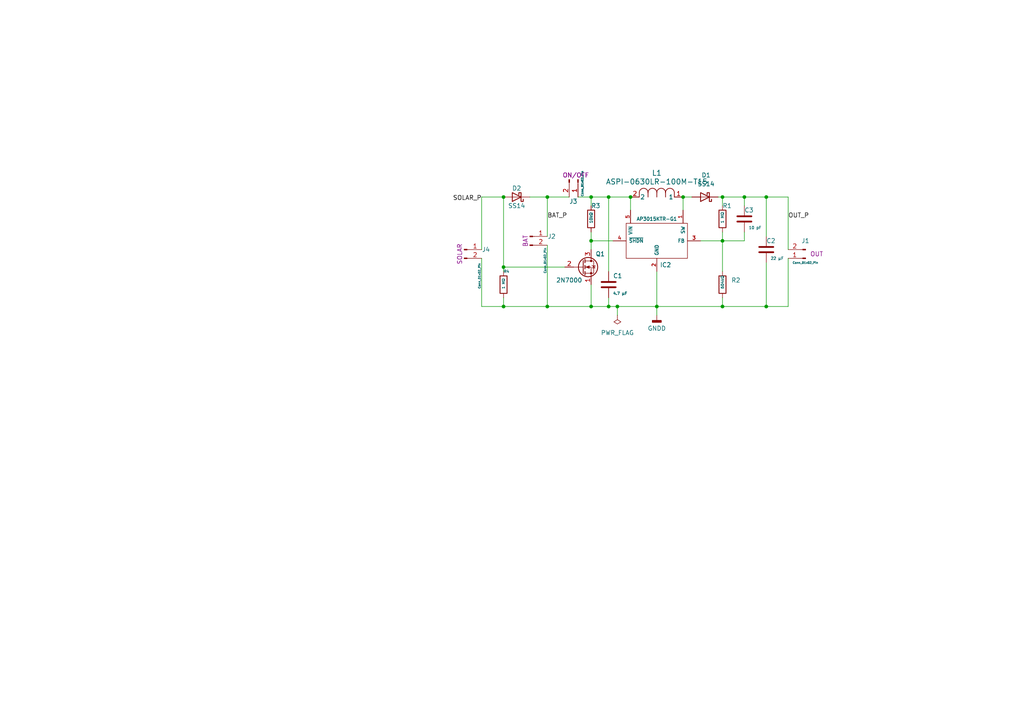
<source format=kicad_sch>
(kicad_sch (version 20250114) (generator "eeschema") (generator_version "9.0")
  (paper "A4")
  (lib_symbols
    (symbol "AP3015KTR-G1_1" (pin_names (offset 0.762))
      (property "Reference" "IC" (at 24.13 7.62 0))
      (property "Value" "AP3015KTR-G1" (at 24.13 5.08 0))
      (symbol "AP3015KTR-G1_1_0_1"
        (polyline (pts (xy 5.08 2.54) (xy 22.86 2.54) (xy 22.86 -7.62) (xy 5.08 -7.62) (xy 5.08 2.54)) (stroke (width 0.1524)))
      )
      (symbol "AP3015KTR-G1_1_1_0"
        (pin passive line (at 1.27 -2.54 0) (length 3.81) (name "~{SHDN}") (number "4"))
        (pin passive line (at 6.35 6.35 270) (length 3.81) (name "VIN") (number "5"))
        (pin passive line (at 13.97 -11.43 90) (length 3.81) (name "GND") (number "2"))
        (pin passive line (at 21.59 6.35 270) (length 3.81) (name "SW") (number "1"))
        (pin passive line (at 26.67 -2.54 180) (length 3.81) (name "FB") (number "3"))
      )
    )
    (symbol "ASPI-0630LR-100M-T15_1" (pin_names (offset 0.254))
      (property "Reference" "L" (at 6.985 5.08 0))
      (property "Value" "ASPI-0630LR-100M-T15" (at 6.985 -2.54 0))
      (symbol "ASPI-0630LR-100M-T15_1_1_1"
        (polyline (pts (xy 2.54 0) (xy 2.54 1.27)) (stroke (width 0.2032)))
        (arc (start 2.54 1.27) (mid 3.81 2.5344) (end 5.08 1.27) (stroke (width 0.2032)))
        (polyline (pts (xy 5.08 0) (xy 5.08 1.27)) (stroke (width 0.2032)))
        (arc (start 5.08 1.27) (mid 6.35 2.5344) (end 7.62 1.27) (stroke (width 0.2032)))
        (polyline (pts (xy 7.62 0) (xy 7.62 1.27)) (stroke (width 0.2032)))
        (arc (start 7.62 1.27) (mid 8.89 2.5344) (end 10.16 1.27) (stroke (width 0.2032)))
        (polyline (pts (xy 10.16 0) (xy 10.16 1.27)) (stroke (width 0.2032)))
        (arc (start 10.16 1.27) (mid 11.43 2.5344) (end 12.7 1.27) (stroke (width 0.2032)))
        (polyline (pts (xy 12.7 0) (xy 12.7 1.27)) (stroke (width 0.2032)))
        (pin passive line (at 0 0 0) (length 2.54) (name "2") (number "2"))
        (pin passive line (at 15.24 0 180) (length 2.54) (name "1") (number "1"))
      )
      (symbol "ASPI-0630LR-100M-T15_1_1_2"
        (arc (start -1.27 10.16) (mid -2.5344 11.43) (end -1.27 12.7) (stroke (width 0.2032)))
        (arc (start -1.27 7.62) (mid -2.5344 8.89) (end -1.27 10.16) (stroke (width 0.2032)))
        (arc (start -1.27 5.08) (mid -2.5344 6.35) (end -1.27 7.62) (stroke (width 0.2032)))
        (arc (start -1.27 2.54) (mid -2.5344 3.81) (end -1.27 5.08) (stroke (width 0.2032)))
        (polyline (pts (xy 0 12.7) (xy -1.27 12.7)) (stroke (width 0.2032)))
        (polyline (pts (xy 0 10.16) (xy -1.27 10.16)) (stroke (width 0.2032)))
        (polyline (pts (xy 0 7.62) (xy -1.27 7.62)) (stroke (width 0.2032)))
        (polyline (pts (xy 0 5.08) (xy -1.27 5.08)) (stroke (width 0.2032)))
        (polyline (pts (xy 0 2.54) (xy -1.27 2.54)) (stroke (width 0.2032)))
        (pin unspecified line (at 0 15.24 270) (length 2.54) (name "1") (number "1"))
        (pin unspecified line (at 0 0 90) (length 2.54) (name "2") (number "2"))
      )
    )
    (symbol "Connector:Conn_01x02_Pin" (pin_names (offset 1.016) (hide yes))
      (property "Reference" "J" (at 0 2.54 0))
      (property "Value" "Conn_01x02_Pin" (at 0 -5.08 0))
      (symbol "Conn_01x02_Pin_1_1"
        (rectangle (start 0.8636 0.127) (end 0 -0.127) (stroke (width 0.1524)) (fill (type outline)))
        (rectangle (start 0.8636 -2.413) (end 0 -2.667) (stroke (width 0.1524)) (fill (type outline)))
        (polyline (pts (xy 1.27 0) (xy 0.8636 0)) (stroke (width 0.1524)))
        (polyline (pts (xy 1.27 -2.54) (xy 0.8636 -2.54)) (stroke (width 0.1524)))
        (pin passive line (at 5.08 0 180) (length 3.81) (name "Pin_1") (number "1"))
        (pin passive line (at 5.08 -2.54 180) (length 3.81) (name "Pin_2") (number "2"))
      )
    )
    (symbol "Device:C" (pin_numbers (hide yes)) (pin_names (offset 0.254))
      (property "Reference" "C" (at 0.635 2.54 0))
      (property "Value" "C" (at 0.635 -2.54 0))
      (symbol "C_0_1"
        (polyline (pts (xy -2.032 0.762) (xy 2.032 0.762)) (stroke (width 0.508)))
        (polyline (pts (xy -2.032 -0.762) (xy 2.032 -0.762)) (stroke (width 0.508)))
      )
      (symbol "C_1_1"
        (pin passive line (at 0 3.81 270) (length 2.794) (name "~") (number "1"))
        (pin passive line (at 0 -3.81 90) (length 2.794) (name "~") (number "2"))
      )
    )
    (symbol "Device:R" (pin_numbers (hide yes)) (pin_names (offset 0))
      (property "Reference" "R" (at 2.032 0 90))
      (property "Value" "R" (at 0 0 90))
      (symbol "R_0_1"
        (rectangle (start -1.016 -2.54) (end 1.016 2.54) (stroke (width 0.254)))
      )
      (symbol "R_1_1"
        (pin passive line (at 0 3.81 270) (length 1.27) (name "~") (number "1"))
        (pin passive line (at 0 -3.81 90) (length 1.27) (name "~") (number "2"))
      )
    )
    (symbol "Diode:SS14" (pin_numbers (hide yes)) (pin_names (offset 1.016) (hide yes))
      (property "Reference" "D" (at 0 2.54 0))
      (property "Value" "SS14" (at 0 -2.54 0))
      (symbol "SS14_0_1"
        (polyline (pts (xy -1.905 0.635) (xy -1.905 1.27) (xy -1.27 1.27) (xy -1.27 -1.27) (xy -0.635 -1.27) (xy -0.635 -0.635)) (stroke (width 0.254)))
        (polyline (pts (xy 1.27 1.27) (xy 1.27 -1.27) (xy -1.27 0) (xy 1.27 1.27)) (stroke (width 0.254)))
        (polyline (pts (xy 1.27 0) (xy -1.27 0)))
      )
      (symbol "SS14_1_1"
        (pin passive line (at -3.81 0 0) (length 2.54) (name "K") (number "1"))
        (pin passive line (at 3.81 0 180) (length 2.54) (name "A") (number "2"))
      )
    )
    (symbol "Transistor_FET:2N7000" (pin_names (hide yes))
      (property "Reference" "Q" (at 5.08 1.905 0))
      (property "Value" "2N7000" (at 5.08 0 0))
      (symbol "2N7000_0_1"
        (polyline (pts (xy 0.254 1.905) (xy 0.254 -1.905)) (stroke (width 0.254)))
        (polyline (pts (xy 0.254 0) (xy -2.54 0)))
        (polyline (pts (xy 0.762 2.286) (xy 0.762 1.27)) (stroke (width 0.254)))
        (polyline (pts (xy 0.762 0.508) (xy 0.762 -0.508)) (stroke (width 0.254)))
        (polyline (pts (xy 0.762 -1.27) (xy 0.762 -2.286)) (stroke (width 0.254)))
        (polyline (pts (xy 0.762 -1.778) (xy 3.302 -1.778) (xy 3.302 1.778) (xy 0.762 1.778)))
        (polyline (pts (xy 1.016 0) (xy 2.032 0.381) (xy 2.032 -0.381) (xy 1.016 0)) (fill (type outline)))
        (circle (center 1.651 0) (radius 2.794) (stroke (width 0.254)))
        (polyline (pts (xy 2.54 2.54) (xy 2.54 1.778)))
        (circle (center 2.54 1.778) (radius 0.254) (fill (type outline)))
        (circle (center 2.54 -1.778) (radius 0.254) (fill (type outline)))
        (polyline (pts (xy 2.54 -2.54) (xy 2.54 0) (xy 0.762 0)))
        (polyline (pts (xy 2.794 0.508) (xy 2.921 0.381) (xy 3.683 0.381) (xy 3.81 0.254)))
        (polyline (pts (xy 3.302 0.381) (xy 2.921 -0.254) (xy 3.683 -0.254) (xy 3.302 0.381)))
      )
      (symbol "2N7000_1_1"
        (pin input line (at -5.08 0 0) (length 2.54) (name "G") (number "2"))
        (pin passive line (at 2.54 5.08 270) (length 2.54) (name "D") (number "3"))
        (pin passive line (at 2.54 -5.08 90) (length 2.54) (name "S") (number "1"))
      )
    )
    (symbol "power:GNDD" (power) (pin_numbers (hide yes)) (pin_names (offset 0) (hide yes))
      (property "Value" "GNDD" (at 0 -3.175 0))
      (symbol "GNDD_0_1"
        (rectangle (start -1.27 -1.524) (end 1.27 -2.032) (stroke (width 0.254)) (fill (type outline)))
        (polyline (pts (xy 0 0) (xy 0 -1.524)))
      )
      (symbol "GNDD_1_1"
        (pin power_in line (at 0 0 270) (length 0) (name "~") (number "1"))
      )
    )
    (symbol "power:PWR_FLAG" (power) (pin_numbers (hide yes)) (pin_names (offset 0) (hide yes))
      (property "Value" "PWR_FLAG" (at 0 3.81 0))
      (symbol "PWR_FLAG_0_0"
        (pin power_out line (at 0 0 90) (length 0) (name "~") (number "1"))
      )
      (symbol "PWR_FLAG_0_1"
        (polyline (pts (xy 0 0) (xy 0 1.27) (xy -1.016 1.905) (xy 0 2.54) (xy 1.016 1.905) (xy 0 1.27)))
      )
    )
  )
  (junction (at 222.25 57.15))
  (junction (at 158.75 57.15))
  (junction (at 209.55 88.9))
  (junction (at 146.05 57.15))
  (junction (at 176.53 57.15))
  (junction (at 209.55 69.85))
  (junction (at 215.9 57.15))
  (junction (at 209.55 57.15))
  (junction (at 171.45 57.15))
  (junction (at 171.45 69.85))
  (junction (at 146.05 77.47))
  (junction (at 176.53 88.9))
  (junction (at 222.25 88.9))
  (junction (at 171.45 88.9))
  (junction (at 158.75 88.9))
  (junction (at 198.12 57.15))
  (junction (at 146.05 88.9))
  (junction (at 182.88 57.15))
  (junction (at 190.5 88.9))
  (junction (at 179.07 88.9))
  (wire (pts (xy 203.2 69.85) (xy 209.55 69.85)))
  (wire (pts (xy 171.45 69.85) (xy 177.8 69.85)))
  (wire (pts (xy 171.45 69.85) (xy 171.45 72.39)))
  (wire (pts (xy 171.45 57.15) (xy 171.45 59.69)))
  (wire (pts (xy 179.07 91.44) (xy 179.07 88.9)))
  (wire (pts (xy 158.75 57.15) (xy 158.75 68.58)))
  (wire (pts (xy 179.07 88.9) (xy 190.5 88.9)))
  (wire (pts (xy 222.25 76.2) (xy 222.25 88.9)))
  (wire (pts (xy 146.05 77.47) (xy 163.83 77.47)))
  (wire (pts (xy 222.25 57.15) (xy 222.25 68.58)))
  (wire (pts (xy 171.45 88.9) (xy 176.53 88.9)))
  (wire (pts (xy 146.05 57.15) (xy 146.05 77.47)))
  (wire (pts (xy 146.05 77.47) (xy 146.05 78.74)))
  (wire (pts (xy 158.75 71.12) (xy 158.75 88.9)))
  (wire (pts (xy 158.75 57.15) (xy 165.1 57.15)))
  (wire (pts (xy 146.05 88.9) (xy 158.75 88.9)))
  (wire (pts (xy 215.9 59.69) (xy 215.9 57.15)))
  (wire (pts (xy 215.9 69.85) (xy 209.55 69.85)))
  (wire (pts (xy 171.45 57.15) (xy 176.53 57.15)))
  (wire (pts (xy 171.45 67.31) (xy 171.45 69.85)))
  (wire (pts (xy 228.6 74.93) (xy 228.6 88.9)))
  (wire (pts (xy 139.7 74.93) (xy 139.7 88.9)))
  (wire (pts (xy 215.9 57.15) (xy 209.55 57.15)))
  (wire (pts (xy 190.5 88.9) (xy 209.55 88.9)))
  (wire (pts (xy 176.53 88.9) (xy 179.07 88.9)))
  (wire (pts (xy 158.75 88.9) (xy 171.45 88.9)))
  (wire (pts (xy 222.25 88.9) (xy 228.6 88.9)))
  (wire (pts (xy 176.53 86.36) (xy 176.53 88.9)))
  (wire (pts (xy 190.5 88.9) (xy 190.5 91.44)))
  (wire (pts (xy 215.9 67.31) (xy 215.9 69.85)))
  (wire (pts (xy 209.55 88.9) (xy 222.25 88.9)))
  (wire (pts (xy 146.05 57.15) (xy 139.7 57.15)))
  (wire (pts (xy 158.75 57.15) (xy 153.67 57.15)))
  (wire (pts (xy 209.55 57.15) (xy 209.55 59.69)))
  (wire (pts (xy 208.28 57.15) (xy 209.55 57.15)))
  (wire (pts (xy 228.6 57.15) (xy 222.25 57.15)))
  (wire (pts (xy 176.53 57.15) (xy 176.53 78.74)))
  (wire (pts (xy 167.64 57.15) (xy 171.45 57.15)))
  (wire (pts (xy 209.55 78.74) (xy 209.55 69.85)))
  (wire (pts (xy 228.6 57.15) (xy 228.6 72.39)))
  (wire (pts (xy 198.12 57.15) (xy 200.66 57.15)))
  (wire (pts (xy 222.25 57.15) (xy 215.9 57.15)))
  (wire (pts (xy 209.55 86.36) (xy 209.55 88.9)))
  (wire (pts (xy 198.12 57.15) (xy 198.12 60.96)))
  (wire (pts (xy 190.5 78.74) (xy 190.5 88.9)))
  (wire (pts (xy 171.45 82.55) (xy 171.45 88.9)))
  (wire (pts (xy 146.05 86.36) (xy 146.05 88.9)))
  (wire (pts (xy 139.7 88.9) (xy 146.05 88.9)))
  (wire (pts (xy 209.55 69.85) (xy 209.55 67.31)))
  (wire (pts (xy 139.7 57.15) (xy 139.7 72.39)))
  (wire (pts (xy 182.88 57.15) (xy 182.88 60.96)))
  (wire (pts (xy 176.53 57.15) (xy 182.88 57.15)))
  (label "SOLAR_P" (at 139.7 58.42 180))
  (label "BAT_P" (at 158.75 63.5 0))
  (label "OUT_P" (at 228.6 63.5 0))
  (symbol (lib_id "Device:R") (at 209.55 63.5 0) (unit 1)
    (property "Reference" "R1" (at 209.55 59.69 0) (effects (justify left)))
    (property "Value" "1 MΩ" (at 209.55 64.77 90) (effects (font (size 0.8 0.8)) (justify left)))
    (property "Footprint" "Resistor_SMD:R_0805_2012Metric" (effects (hide yes)))
    (property "Description" "Resistor" (effects (hide yes)))
  )
  (symbol (lib_id "Device:R") (at 171.45 63.5 0) (unit 1)
    (property "Reference" "R3" (at 171.45 59.69 0) (effects (justify left)))
    (property "Value" "10kΩ" (at 171.45 64.77 90) (effects (font (size 0.8 0.8)) (justify left)))
    (property "Footprint" "Resistor_SMD:R_0805_2012Metric" (effects (hide yes)))
    (property "Description" "Resistor" (effects (hide yes)))
  )
  (symbol (lib_id "Diode:SS14") (at 149.86 57.15 180) (unit 1)
    (property "Reference" "D2" (at 149.86 54.61 0))
    (property "Value" "SS14" (at 149.86 59.69 0))
    (property "Footprint" "Diode_SMD:D_SMA" (effects (hide yes)))
    (property "Datasheet" "https://www.vishay.com/docs/88746/ss12.pdf" (effects (hide yes)))
    (property "Description" "40V 1A Schottky Diode, SMA" (effects (hide yes)))
  )
  (symbol (lib_id "Device:C") (at 176.53 82.55 0) (unit 1)
    (property "Reference" "C1" (at 177.8 80.01 0) (effects (justify left)))
    (property "Value" "4.7 μF" (at 177.8 85.09 0) (effects (font (size 0.8 0.8)) (justify left)))
    (property "Footprint" "Capacitor_SMD:C_0805_2012Metric" (effects (hide yes)))
    (property "Description" "Unpolarized capacitor" (effects (hide yes)))
  )
  (symbol (lib_id "Device:R") (at 209.55 82.55 0) (unit 1)
    (property "Reference" "R2" (at 212.09 81.2799 0) (effects (justify left)))
    (property "Value" "604kΩ" (at 209.55 83.82 90) (effects (font (size 0.8 0.8)) (justify left)))
    (property "Footprint" "Resistor_SMD:R_0805_2012Metric" (effects (hide yes)))
    (property "Description" "Resistor" (effects (hide yes)))
  )
  (symbol (lib_id "Transistor_FET:2N7000") (at 168.91 77.47 0) (unit 1)
    (property "Reference" "Q1" (at 172.72 73.66 0) (effects (justify left)))
    (property "Value" "2N7000" (at 161.29 81.28 0) (effects (justify left)))
    (property "Footprint" "Package_TO_SOT_THT:TO-92_Inline" (effects (hide yes)))
    (property "Datasheet" "https://www.vishay.com/docs/70226/70226.pdf" (effects (hide yes)))
    (property "Description" "0.2A Id, 200V Vds, N-Channel MOSFET, 2.6V Logic Level, TO-92" (effects (hide yes)))
  )
  (symbol (lib_name "AP3015KTR-G1_1") (lib_id "AP3015KTR-G1:AP3015KTR-G1") (at 176.53 67.31 0) (unit 1)
    (property "Reference" "IC2" (at 193.04 76.835 0))
    (property "Value" "AP3015KTR-G1" (at 190.5 63.5 0) (effects (font (size 1 1))))
    (property "Footprint" "3015:SOT95P280X145-5N" (effects (hide yes)))
    (property "Datasheet" "https://www.diodes.com//assets/Datasheets/AP3015_A.pdf" (effects (hide yes)))
    (property "Description" "Switching Voltage Regulators 350mA DC/DC Boost 200mV 1.2V to 12V" (effects (hide yes)))
    (property "Description_1" "Switching Voltage Regulators 350mA DC/DC Boost 200mV 1.2V to 12V" (effects (hide yes)))
    (property "Height" "1.45" (effects (hide yes)))
    (property "Mouser Part Number" "621-AP3015KTR-G1" (effects (hide yes)))
    (property "Mouser Price/Stock" "https://www.mouser.co.uk/ProductDetail/Diodes-Incorporated/AP3015KTR-G1?qs=x6A8l6qLYDA4iJB0MQAzeA%3D%3D" (effects (hide yes)))
    (property "Manufacturer_Name" "Diodes Incorporated" (effects (hide yes)))
    (property "Manufacturer_Part_Number" "AP3015KTR-G1" (effects (hide yes)))
  )
  (symbol (lib_id "power:PWR_FLAG") (at 179.07 91.44 180) (unit 1)
    (property "Reference" "#FLG01" (effects (hide yes)))
    (property "Value" "PWR_FLAG" (at 179.07 96.52 0))
    (property "Description" "Special symbol for telling ERC where power comes from" (effects (hide yes)))
  )
  (symbol (lib_id "Device:C") (at 222.25 72.39 0) (unit 1)
    (property "Reference" "C2" (at 222.25 69.85 0) (effects (justify left)))
    (property "Value" "22 μF" (at 223.52 74.93 0) (effects (font (size 0.8 0.8)) (justify left)))
    (property "Footprint" "Capacitor_SMD:C_1206_3216Metric" (effects (hide yes)))
    (property "Description" "Unpolarized capacitor" (effects (hide yes)))
  )
  (symbol (lib_id "Device:C") (at 215.9 63.5 0) (unit 1)
    (property "Reference" "C3" (at 215.9 60.96 0) (effects (justify left)))
    (property "Value" "10 pF" (at 217.17 66.04 0) (effects (font (size 0.8 0.8)) (justify left)))
    (property "Footprint" "Capacitor_SMD:C_0805_2012Metric" (effects (hide yes)))
    (property "Description" "Unpolarized capacitor" (effects (hide yes)))
  )
  (symbol (lib_id "Connector:Conn_01x02_Pin") (at 233.68 74.93 180) (unit 1)
    (property "Reference" "J1" (at 232.41 69.85 0) (effects (justify right)))
    (property "Value" "Conn_01x02_Pin" (at 229.87 76.2 0) (effects (font (size 0.6 0.6)) (justify right)))
    (property "Footprint" "Connector_PinHeader_2.54mm:PinHeader_1x02_P2.54mm_Vertical" (effects (hide yes)))
    (property "Description" "Generic connector, single row, 01x02, script generated" (effects (hide yes)))
    (property "Short Description" "OUT" (at 234.95 73.66 0) (effects (justify right)))
  )
  (symbol (lib_id "Connector:Conn_01x02_Pin") (at 167.64 52.07 270) (unit 1)
    (property "Reference" "J3" (at 165.1 58.42 90) (effects (justify left)))
    (property "Value" "Conn_01x02_Pin" (at 168.91 49.53 0) (effects (font (size 0.6 0.6)) (justify left)))
    (property "Footprint" "Connector_PinHeader_2.54mm:PinHeader_1x02_P2.54mm_Vertical" (effects (hide yes)))
    (property "Description" "Generic connector, single row, 01x02, script generated" (effects (hide yes)))
    (property "Short Description" "ON/OFF" (at 167.005 50.8 90))
  )
  (symbol (lib_id "power:GNDD") (at 190.5 91.44 0) (unit 1)
    (property "Reference" "#PWR01" (effects (hide yes)))
    (property "Value" "GNDD" (at 190.5 95.25 0))
    (property "Description" "Power symbol creates a global label with name \"GNDD\" , digital ground" (effects (hide yes)))
  )
  (symbol (lib_name "ASPI-0630LR-100M-T15_1") (lib_id "Inductor 0.680H:ASPI-0630LR-100M-T15") (at 182.88 57.15 0) (unit 1)
    (property "Reference" "L1" (at 190.5 50.165 0) (effects (font (size 1.524 1.524))))
    (property "Value" "ASPI-0630LR-100M-T15" (at 190.5 52.705 0) (effects (font (size 1.524 1.524))))
    (property "Footprint" "L 0.680H:IND_ASPI-0630LR_ABR" (effects (hide yes)))
    (property "Datasheet" "ASPI-0630LR-100M-T15" (effects (hide yes)))
  )
  (symbol (lib_id "Connector:Conn_01x02_Pin") (at 134.62 72.39 0) (unit 1)
    (property "Reference" "J4" (at 140.97 72.39 0))
    (property "Value" "Conn_01x02_Pin" (at 139.065 80.01 90) (effects (font (size 0.6 0.6))))
    (property "Footprint" "Connector_PinHeader_2.00mm:PinHeader_1x02_P2.00mm_Horizontal" (effects (hide yes)))
    (property "Description" "Generic connector, single row, 01x02, script generated" (effects (hide yes)))
    (property "Short Description" "SOLAR" (at 133.35 73.66 90))
  )
  (symbol (lib_id "Connector:Conn_01x02_Pin") (at 153.67 68.58 0) (unit 1)
    (property "Reference" "J2" (at 160.02 68.58 0))
    (property "Value" "Conn_01x02_Pin" (at 158.115 75.565 90) (effects (font (size 0.6 0.6))))
    (property "Footprint" "Connector_PinHeader_2.54mm:PinHeader_1x02_P2.54mm_Vertical" (effects (hide yes)))
    (property "Description" "Generic connector, single row, 01x02, script generated" (effects (hide yes)))
    (property "Short Description" "BAT" (at 152.4 69.85 90))
  )
  (symbol (lib_id "Diode:SS14") (at 204.47 57.15 180) (unit 1)
    (property "Reference" "D1" (at 204.7875 50.8 0))
    (property "Value" "SS14" (at 204.7875 53.34 0))
    (property "Footprint" "Diode_SMD:D_SMA" (effects (hide yes)))
    (property "Datasheet" "https://www.vishay.com/docs/88746/ss12.pdf" (effects (hide yes)))
    (property "Description" "40V 1A Schottky Diode, SMA" (effects (hide yes)))
  )
  (symbol (lib_id "Device:R") (at 146.05 82.55 0) (unit 1)
    (property "Reference" "R4" (at 146.05 78.74 0) (effects (font (size 0.8 0.8)) (justify left)))
    (property "Value" "1 MΩ" (at 146.05 83.82 90) (effects (font (size 0.75 0.75)) (justify left)))
    (property "Footprint" "Resistor_SMD:R_0805_2012Metric" (effects (hide yes)))
    (property "Description" "Resistor" (effects (hide yes)))
  )
)
</source>
